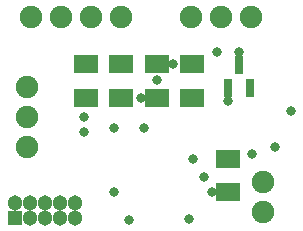
<source format=gts>
G04 Layer_Color=8388736*
%FSLAX44Y44*%
%MOMM*%
G71*
G01*
G75*
%ADD28R,2.0032X1.5032*%
%ADD29R,0.8032X1.6032*%
%ADD30C,1.3032*%
%ADD31R,1.3032X1.3032*%
%ADD32C,1.9032*%
%ADD33C,0.8382*%
D28*
X1610000Y1060000D02*
D03*
Y1031500D02*
D03*
X1670000Y980000D02*
D03*
Y951500D02*
D03*
X1640000Y1060000D02*
D03*
Y1031500D02*
D03*
X1580000Y1060000D02*
D03*
Y1031500D02*
D03*
X1550000Y1060000D02*
D03*
Y1031500D02*
D03*
D29*
X1689000Y1040000D02*
D03*
X1670000D02*
D03*
X1679500Y1059000D02*
D03*
D30*
X1540800Y942700D02*
D03*
X1528100D02*
D03*
X1515400D02*
D03*
X1502700D02*
D03*
X1490000D02*
D03*
X1540800Y930000D02*
D03*
X1528100D02*
D03*
X1515400D02*
D03*
X1502700D02*
D03*
D31*
X1490000D02*
D03*
D32*
X1700000Y960000D02*
D03*
Y934600D02*
D03*
X1639200Y1100000D02*
D03*
X1664600D02*
D03*
X1690000D02*
D03*
X1500000Y990000D02*
D03*
Y1015400D02*
D03*
Y1040800D02*
D03*
X1529200Y1100000D02*
D03*
X1554600D02*
D03*
X1580000D02*
D03*
X1503800D02*
D03*
D33*
X1637284Y928809D02*
D03*
X1661131Y1069975D02*
D03*
X1679448Y1070356D02*
D03*
X1609925Y1046480D02*
D03*
X1623445Y1060000D02*
D03*
X1586500Y928370D02*
D03*
X1656604Y951500D02*
D03*
X1670000Y1028555D02*
D03*
X1596555Y1031500D02*
D03*
X1548892Y1002500D02*
D03*
X1650000Y964422D02*
D03*
X1723898Y1020572D02*
D03*
X1573784Y1006094D02*
D03*
X1690878Y984250D02*
D03*
X1709928Y989584D02*
D03*
X1599184Y1006094D02*
D03*
X1573784Y951738D02*
D03*
X1640518Y980000D02*
D03*
X1548892Y1015400D02*
D03*
M02*

</source>
